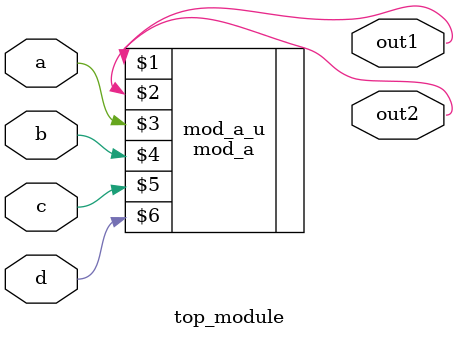
<source format=v>
module top_module ( 
    input a, 
    input b, 
    input c,
    input d,
    output out1,
    output out2
);

    mod_a mod_a_u(out1, out2, a, b, c, d);

endmodule

</source>
